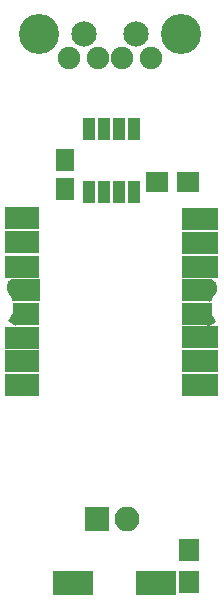
<source format=gbr>
G04 #@! TF.FileFunction,Soldermask,Top*
%FSLAX46Y46*%
G04 Gerber Fmt 4.6, Leading zero omitted, Abs format (unit mm)*
G04 Created by KiCad (PCBNEW 4.0.4-stable) date 03/30/17 11:45:36*
%MOMM*%
%LPD*%
G01*
G04 APERTURE LIST*
%ADD10C,0.100000*%
%ADD11O,1.800000X1.400000*%
%ADD12O,0.500000X0.500000*%
%ADD13R,1.000000X1.950000*%
%ADD14R,1.650000X1.900000*%
%ADD15C,2.150000*%
%ADD16C,1.901140*%
%ADD17C,3.399740*%
%ADD18R,1.700000X1.900000*%
%ADD19R,1.900000X1.700000*%
%ADD20R,3.400000X2.000000*%
%ADD21R,2.100000X2.100000*%
%ADD22O,2.100000X2.100000*%
%ADD23R,2.900000X1.900000*%
%ADD24R,2.400000X1.900000*%
%ADD25R,2.300000X1.900000*%
%ADD26R,3.100000X1.900000*%
%ADD27R,2.500000X1.900000*%
G04 APERTURE END LIST*
D10*
D11*
X142960000Y-78840000D03*
D12*
X142960000Y-81200000D03*
D10*
G36*
X143321410Y-79596314D02*
X142628590Y-79996314D01*
X142078590Y-79043686D01*
X142771410Y-78643686D01*
X143321410Y-79596314D01*
X143321410Y-79596314D01*
G37*
G36*
X142782237Y-80801606D02*
X143460676Y-81225541D01*
X142877765Y-82158394D01*
X142199326Y-81734459D01*
X142782237Y-80801606D01*
X142782237Y-80801606D01*
G37*
D13*
X149055000Y-70810000D03*
X150325000Y-70810000D03*
X151595000Y-70810000D03*
X152865000Y-70810000D03*
X152865000Y-65410000D03*
X151595000Y-65410000D03*
X150325000Y-65410000D03*
X149055000Y-65410000D03*
D14*
X146970000Y-68060000D03*
X146970000Y-70560000D03*
D15*
X148600000Y-57400000D03*
X153000000Y-57400000D03*
D16*
X154300000Y-59400000D03*
X151800000Y-59400000D03*
X149800000Y-59400000D03*
X147300000Y-59400000D03*
D17*
X156800000Y-57400000D03*
X144800000Y-57400000D03*
D18*
X157510000Y-101090000D03*
X157510000Y-103790000D03*
D19*
X157450000Y-69950000D03*
X154750000Y-69950000D03*
D20*
X147680000Y-103860000D03*
X154680000Y-103860000D03*
D21*
X149730000Y-98450000D03*
D22*
X152270000Y-98450000D03*
D23*
X143400000Y-72997600D03*
X143400000Y-75029600D03*
X143400000Y-77112400D03*
D24*
X143700000Y-79093600D03*
D25*
X143700000Y-81125600D03*
D23*
X143400000Y-83106800D03*
X143400000Y-85113400D03*
D26*
X158450000Y-73035700D03*
X158450000Y-75118500D03*
X158450000Y-77099700D03*
D27*
X158150000Y-79119000D03*
X158150000Y-81151000D03*
D26*
X158450000Y-83056000D03*
X158450000Y-85088000D03*
X158450000Y-87120000D03*
D23*
X143400000Y-87120000D03*
D10*
G36*
X158578590Y-81223685D02*
X159271410Y-80823685D01*
X159821410Y-81776313D01*
X159128590Y-82176313D01*
X158578590Y-81223685D01*
X158578590Y-81223685D01*
G37*
G36*
X159297764Y-80058394D02*
X158619325Y-79634459D01*
X159202236Y-78701606D01*
X159880675Y-79125541D01*
X159297764Y-80058394D01*
X159297764Y-80058394D01*
G37*
D11*
X159000000Y-78870000D03*
D12*
X159000000Y-81230000D03*
M02*

</source>
